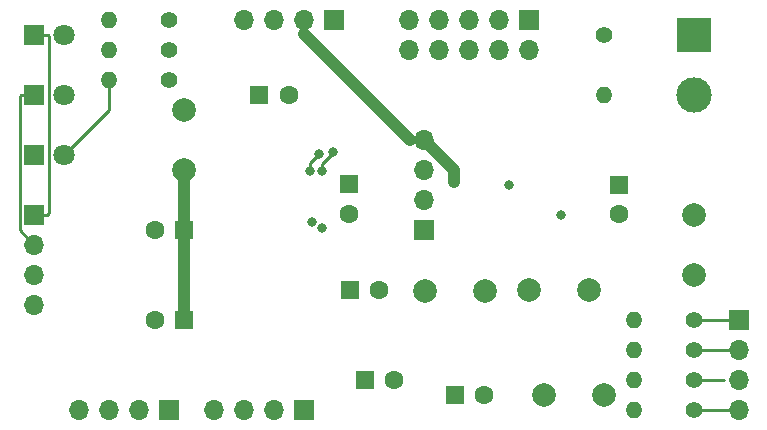
<source format=gbr>
G04 #@! TF.GenerationSoftware,KiCad,Pcbnew,5.1.5+dfsg1-2build2*
G04 #@! TF.CreationDate,2020-12-30T20:24:05+01:00*
G04 #@! TF.ProjectId,stm32f0can,73746d33-3266-4306-9361-6e2e6b696361,rev?*
G04 #@! TF.SameCoordinates,Original*
G04 #@! TF.FileFunction,Copper,L4,Bot*
G04 #@! TF.FilePolarity,Positive*
%FSLAX46Y46*%
G04 Gerber Fmt 4.6, Leading zero omitted, Abs format (unit mm)*
G04 Created by KiCad (PCBNEW 5.1.5+dfsg1-2build2) date 2020-12-30 20:24:05*
%MOMM*%
%LPD*%
G04 APERTURE LIST*
%ADD10C,1.600000*%
%ADD11R,1.600000X1.600000*%
%ADD12R,1.800000X1.800000*%
%ADD13C,1.800000*%
%ADD14R,3.000000X3.000000*%
%ADD15C,3.000000*%
%ADD16O,1.700000X1.700000*%
%ADD17R,1.700000X1.700000*%
%ADD18C,2.000000*%
%ADD19C,1.400000*%
%ADD20O,1.400000X1.400000*%
%ADD21C,0.800000*%
%ADD22C,1.000000*%
%ADD23C,0.250000*%
G04 APERTURE END LIST*
D10*
X123150000Y-105410000D03*
D11*
X120650000Y-105410000D03*
X128270000Y-112990000D03*
D10*
X128270000Y-115490000D03*
X139700000Y-130810000D03*
D11*
X137200000Y-130810000D03*
X129580000Y-129540000D03*
D10*
X132080000Y-129540000D03*
X130810000Y-121920000D03*
D11*
X128310000Y-121920000D03*
X151130000Y-113030000D03*
D10*
X151130000Y-115530000D03*
D11*
X114300000Y-124460000D03*
D10*
X111800000Y-124460000D03*
X111800000Y-116840000D03*
D11*
X114300000Y-116840000D03*
D12*
X101600000Y-100330000D03*
D13*
X104140000Y-100330000D03*
X104140000Y-105410000D03*
D12*
X101600000Y-105410000D03*
X101600000Y-110490000D03*
D13*
X104140000Y-110490000D03*
D14*
X157480000Y-100330000D03*
D15*
X157480000Y-105410000D03*
D16*
X119380000Y-99060000D03*
X121920000Y-99060000D03*
X124460000Y-99060000D03*
D17*
X127000000Y-99060000D03*
X143510000Y-99060000D03*
D16*
X143510000Y-101600000D03*
X140970000Y-99060000D03*
X140970000Y-101600000D03*
X138430000Y-99060000D03*
X138430000Y-101600000D03*
X135890000Y-99060000D03*
X135890000Y-101600000D03*
X133350000Y-99060000D03*
X133350000Y-101600000D03*
X116840000Y-132080000D03*
X119380000Y-132080000D03*
X121920000Y-132080000D03*
D17*
X124460000Y-132080000D03*
X161290000Y-124460000D03*
D16*
X161290000Y-127000000D03*
X161290000Y-129540000D03*
X161290000Y-132080000D03*
D17*
X101600000Y-115570000D03*
D16*
X101600000Y-118110000D03*
X101600000Y-120650000D03*
X101600000Y-123190000D03*
D17*
X113030000Y-132080000D03*
D16*
X110490000Y-132080000D03*
X107950000Y-132080000D03*
X105410000Y-132080000D03*
X134620000Y-109220000D03*
X134620000Y-111760000D03*
X134620000Y-114300000D03*
D17*
X134620000Y-116840000D03*
D18*
X114300000Y-106680000D03*
X114300000Y-111760000D03*
X149860000Y-130810000D03*
X144780000Y-130810000D03*
X143510000Y-121920000D03*
X148590000Y-121920000D03*
X139738100Y-122047000D03*
X134658100Y-122047000D03*
X157480000Y-115570000D03*
X157480000Y-120650000D03*
D19*
X149860000Y-100330000D03*
D20*
X149860000Y-105410000D03*
X152400000Y-132080000D03*
D19*
X157480000Y-132080000D03*
X157480000Y-129540000D03*
D20*
X152400000Y-129540000D03*
D19*
X157480000Y-127000000D03*
D20*
X152400000Y-127000000D03*
X152400000Y-124460000D03*
D19*
X157480000Y-124460000D03*
D20*
X107950000Y-99060000D03*
D19*
X113030000Y-99060000D03*
X113030000Y-101600000D03*
D20*
X107950000Y-101600000D03*
X107950000Y-104140000D03*
D19*
X113030000Y-104140000D03*
D21*
X141833600Y-113093500D03*
X125996837Y-116662644D03*
X146240500Y-115557300D03*
X125107700Y-116205000D03*
X137160000Y-112776000D03*
X125984000Y-111859998D03*
X126930856Y-110234448D03*
X124968000Y-111859998D03*
X125730000Y-110409998D03*
D22*
X114300000Y-116840000D02*
X114300000Y-111760000D01*
X114300000Y-124460000D02*
X114300000Y-116840000D01*
D23*
X102750000Y-100330000D02*
X101600000Y-100330000D01*
X102825001Y-115444999D02*
X102825001Y-100405001D01*
X102700000Y-115570000D02*
X102825001Y-115444999D01*
X102825001Y-100405001D02*
X102750000Y-100330000D01*
X101600000Y-115570000D02*
X102700000Y-115570000D01*
X100450000Y-105410000D02*
X101600000Y-105410000D01*
X100374999Y-105485001D02*
X100450000Y-105410000D01*
X100374999Y-116884999D02*
X100374999Y-105485001D01*
X101600000Y-118110000D02*
X100374999Y-116884999D01*
X107950000Y-106680000D02*
X107950000Y-104140000D01*
X104140000Y-110490000D02*
X107950000Y-106680000D01*
D22*
X137160000Y-111760000D02*
X134620000Y-109220000D01*
X137160000Y-112776000D02*
X137160000Y-111760000D01*
D23*
X133417919Y-109220000D02*
X134620000Y-109220000D01*
D22*
X124460000Y-100262081D02*
X133417919Y-109220000D01*
D23*
X124460000Y-99060000D02*
X124460000Y-100262081D01*
X125984000Y-111294313D02*
X125984000Y-111859998D01*
X126746000Y-110419303D02*
X126746000Y-110532313D01*
X126746000Y-110532313D02*
X125984000Y-111294313D01*
X126755305Y-110409998D02*
X126746000Y-110419303D01*
X127000000Y-110236000D02*
X126755305Y-110409998D01*
X126998448Y-110234448D02*
X127000000Y-110236000D01*
X126930856Y-110234448D02*
X126998448Y-110234448D01*
X124968000Y-111171998D02*
X125730000Y-110409998D01*
X124968000Y-111859998D02*
X124968000Y-111171998D01*
X157480000Y-124460000D02*
X160020000Y-124460000D01*
X161290000Y-124460000D02*
X160020000Y-124460000D01*
X157480000Y-127000000D02*
X160020000Y-127000000D01*
X161290000Y-127000000D02*
X160020000Y-127000000D01*
X158817919Y-129540000D02*
X157480000Y-129540000D01*
X160020000Y-129540000D02*
X158817919Y-129540000D01*
X159893000Y-132080000D02*
X157480000Y-132080000D01*
X161290000Y-132080000D02*
X159893000Y-132080000D01*
M02*

</source>
